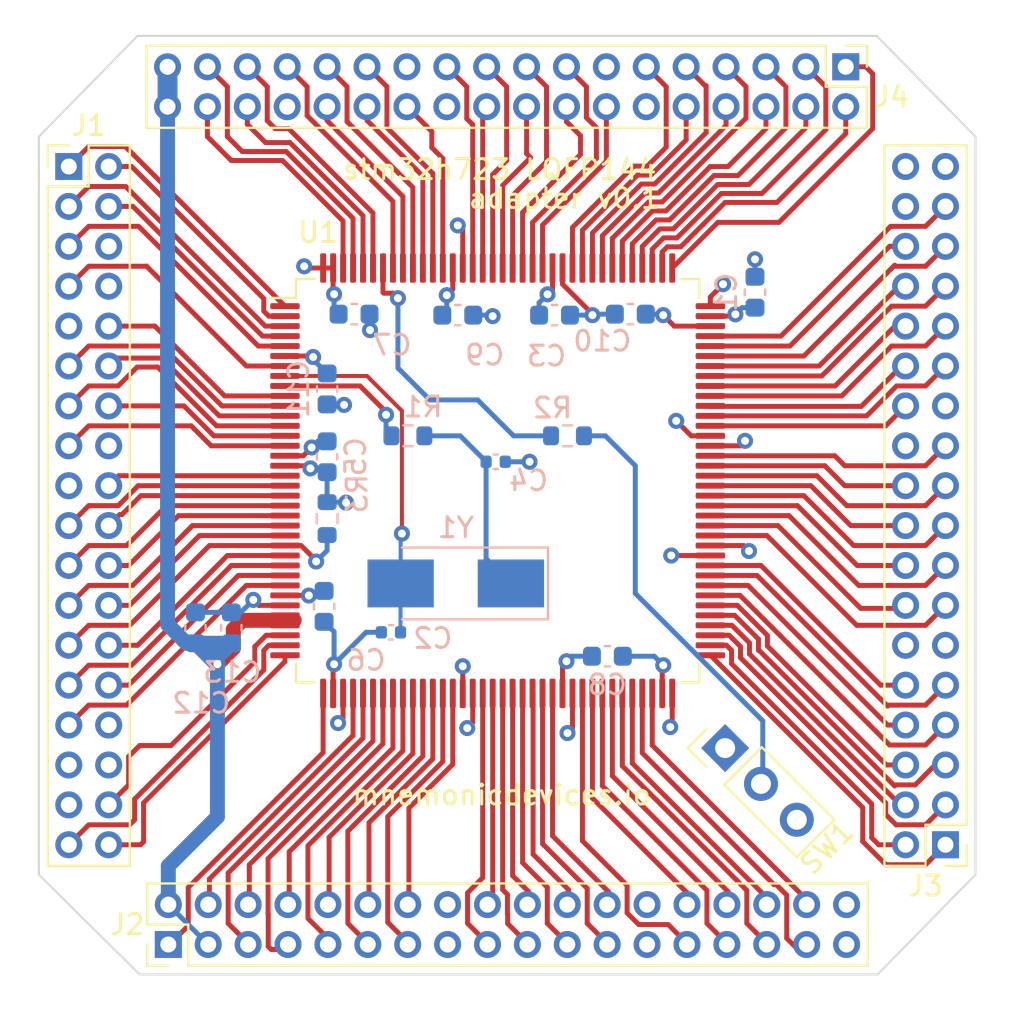
<source format=kicad_pcb>
(kicad_pcb (version 20210228) (generator pcbnew)
  (layers (0 "F.Cu" signal) (1 "In1.Cu" power "Power") (2 "In2.Cu" power "Ground") (31 "B.Cu" signal) (34 "B.Paste" user) (35 "F.Paste" user) (36 "B.SilkS" user "B.Silkscreen") (37 "F.SilkS" user "F.Silkscreen") (38 "B.Mask" user) (39 "F.Mask" user) (44 "Edge.Cuts" user))
  (net 0 "")
  (net 1 "Net-(C4-Pad2)")
  (net 2 "/HSE_OUT")
  (net 3 "Net-(R2-Pad1)")
  (net 4 "Net-(R2-Pad2)")
  (net 5 "+3V3")
  (net 6 "1")
  (net 7 "2")
  (net 8 "3")
  (net 9 "4")
  (net 10 "5")
  (net 11 "7")
  (net 12 "24")
  (net 13 "25")
  (net 14 "10")
  (net 15 "11")
  (net 16 "12")
  (net 17 "13")
  (net 18 "14")
  (net 19 "15")
  (net 20 "GND")
  (net 21 "18")
  (net 22 "19")
  (net 23 "20")
  (net 24 "21")
  (net 25 "22")
  (net 26 "23")
  (net 27 "26")
  (net 28 "27")
  (net 29 "28")
  (net 30 "29")
  (net 31 "+3.3VA")
  (net 32 "34")
  (net 33 "35")
  (net 34 "36")
  (net 35 "37")
  (net 36 "40")
  (net 37 "41")
  (net 38 "42")
  (net 39 "43")
  (net 40 "44")
  (net 41 "45")
  (net 42 "46")
  (net 43 "47")
  (net 44 "48")
  (net 45 "49")
  (net 46 "50")
  (net 47 "53")
  (net 48 "54")
  (net 49 "55")
  (net 50 "56")
  (net 51 "57")
  (net 52 "58")
  (net 53 "59")
  (net 54 "60")
  (net 55 "63")
  (net 56 "64")
  (net 57 "65")
  (net 58 "66")
  (net 59 "67")
  (net 60 "68")
  (net 61 "69")
  (net 62 "70")
  (net 63 "Net-(C8-Pad2)")
  (net 64 "73")
  (net 65 "74")
  (net 66 "75")
  (net 67 "76")
  (net 68 "77")
  (net 69 "78")
  (net 70 "79")
  (net 71 "80")
  (net 72 "81")
  (net 73 "82")
  (net 74 "85")
  (net 75 "86")
  (net 76 "87")
  (net 77 "88")
  (net 78 "89")
  (net 79 "90")
  (net 80 "91")
  (net 81 "92")
  (net 82 "93")
  (net 83 "96")
  (net 84 "97")
  (net 85 "98")
  (net 86 "99")
  (net 87 "100")
  (net 88 "101")
  (net 89 "102")
  (net 90 "103")
  (net 91 "104")
  (net 92 "105")
  (net 93 "Net-(C10-Pad2)")
  (net 94 "109")
  (net 95 "110")
  (net 96 "111")
  (net 97 "112")
  (net 98 "113")
  (net 99 "114")
  (net 100 "115")
  (net 101 "116")
  (net 102 "117")
  (net 103 "118")
  (net 104 "119")
  (net 105 "122")
  (net 106 "123")
  (net 107 "124")
  (net 108 "125")
  (net 109 "126")
  (net 110 "127")
  (net 111 "128")
  (net 112 "129")
  (net 113 "132")
  (net 114 "133")
  (net 115 "134")
  (net 116 "135")
  (net 117 "136")
  (net 118 "137")
  (net 119 "139")
  (net 120 "140")
  (net 121 "141")
  (net 122 "142")
  (net 123 "/HSE_IN")
  (footprint "Connector_PinHeader_2.00mm:PinHeader_2x18_P2.00mm_Vertical" (layer "F.Cu") (at 57.55 52.55 180)
    (fp_text reference "J3")
    (fp_text value "Conn_02x18_Counter_Clockwise")
  )
  (footprint "Connector_PinHeader_2.00mm:PinHeader_2x18_P2.00mm_Vertical" (layer "F.Cu") (at 18.59 57.55 90)
    (fp_text reference "J2")
    (fp_text value "Conn_02x18_Counter_Clockwise")
  )
  (footprint "Connector_PinHeader_2.54mm:PinHeader_1x03_P2.54mm_Vertical" (layer "F.Cu") (at 46.503949 47.703949 45)
    (fp_text reference "SW1")
    (fp_text value "SW_SPDT")
  )
  (footprint "Connector_PinHeader_2.00mm:PinHeader_2x18_P2.00mm_Vertical" (layer "F.Cu") (at 52.55 13.55 -90)
    (fp_text reference "J4")
    (fp_text value "Conn_02x18_Counter_Clockwise")
  )
  (footprint "Connector_PinHeader_2.00mm:PinHeader_2x18_P2.00mm_Vertical" (layer "F.Cu") (at 13.6 18.55)
    (fp_text reference "J1")
    (fp_text value "Conn_02x18_Counter_Clockwise")
  )
  (footprint "Package_QFP:LQFP-144_20x20mm_P0.5mm" (layer "F.Cu") (at 35.1 34.3)
    (fp_text reference "U1")
    (fp_text value "STM32H743ZITx")
  )
  (footprint "Resistor_SMD:R_0603_1608Metric" (layer "B.Cu") (at 30.6 32.05 180)
    (fp_text reference "R1")
    (fp_text value "750R")
  )
  (footprint "Resistor_SMD:R_0603_1608Metric" (layer "B.Cu") (at 38.6 32.05 180)
    (fp_text reference "R2")
    (fp_text value "10k")
  )
  (footprint "Capacitor_SMD:C_0603_1608Metric" (layer "B.Cu") (at 41.75 25.95)
    (fp_text reference "C10")
    (fp_text value "2u2")
  )
  (footprint "Capacitor_SMD:C_0603_1608Metric" (layer "B.Cu") (at 19.95 41.675 90)
    (fp_text reference "C12")
    (fp_text value "1u")
  )
  (footprint "Capacitor_SMD:C_0603_1608Metric" (layer "B.Cu") (at 27.9 25.95)
    (fp_text reference "C7")
    (fp_text value "100n")
  )
  (footprint "Capacitor_SMD:C_0603_1608Metric" (layer "B.Cu") (at 48 24.85 -90)
    (fp_text reference "C1")
    (fp_text value "4u7")
  )
  (footprint "Resistor_SMD:R_0603_1608Metric" (layer "B.Cu") (at 26.55 36.2 90)
    (fp_text reference "R3")
    (fp_text value "10k")
  )
  (footprint "Capacitor_SMD:C_0402_1005Metric" (layer "B.Cu") (at 35 33.35 180)
    (fp_text reference "C4")
    (fp_text value "22-26p")
  )
  (footprint "Capacitor_SMD:C_0603_1608Metric" (layer "B.Cu") (at 37.95 26)
    (fp_text reference "C3")
    (fp_text value "100n")
  )
  (footprint "Crystal:Crystal_SMD_Abracon_ABM3-2Pin_5.0x3.2mm_HandSoldering" (layer "B.Cu") (at 33 39.45 180)
    (fp_text reference "Y1")
    (fp_text value "ABM3-8.000MHZ")
  )
  (footprint "Capacitor_SMD:C_0402_1005Metric" (layer "B.Cu") (at 29.75 41.9)
    (fp_text reference "C2")
    (fp_text value "22-26p")
  )
  (footprint "Capacitor_SMD:C_0603_1608Metric" (layer "B.Cu") (at 21.75 41.675 90)
    (fp_text reference "C13")
    (fp_text value "100n")
  )
  (footprint "Capacitor_SMD:C_0603_1608Metric" (layer "B.Cu") (at 33.1 26)
    (fp_text reference "C9")
    (fp_text value "100n")
  )
  (footprint "Capacitor_SMD:C_0603_1608Metric" (layer "B.Cu") (at 26.4 40.6 -90)
    (fp_text reference "C6")
    (fp_text value "100n")
  )
  (footprint "Capacitor_SMD:C_0603_1608Metric" (layer "B.Cu") (at 26.55 33.1 90)
    (fp_text reference "C5")
    (fp_text value "100n")
  )
  (footprint "Capacitor_SMD:C_0603_1608Metric" (layer "B.Cu") (at 40.6 43.1)
    (fp_text reference "C8")
    (fp_text value "2u2")
  )
  (footprint "Capacitor_SMD:C_0603_1608Metric" (layer "B.Cu") (at 26.55 29.7 -90)
    (fp_text reference "C11")
    (fp_text value "100n")
  )
  (gr_line (start 12.1 54.05) (end 12.1 17.05) (layer "Edge.Cuts") (width 0.1))
  (gr_line (start 54.1 12) (end 59.05 17.05) (layer "Edge.Cuts") (width 0.1))
  (gr_line (start 59.05 17.05) (end 59.05 54.05) (layer "Edge.Cuts") (width 0.1))
  (gr_line (start 54.15 59.05) (end 17.15 59.05) (layer "Edge.Cuts") (width 0.1))
  (gr_line (start 12.1 17.05) (end 17.05 12) (layer "Edge.Cuts") (width 0.1))
  (gr_line (start 17.15 59.05) (end 12.1 54.05) (layer "Edge.Cuts") (width 0.1))
  (gr_line (start 17.05 12) (end 54.1 12) (layer "Edge.Cuts") (width 0.1))
  (gr_line (start 59.05 54.05) (end 54.15 59.05) (layer "Edge.Cuts") (width 0.1))
  (gr_text "mnemonicdevices.io" (at 35.3 50.05) (layer "F.SilkS") (effects (font (size 1 1))))
  (gr_text "stm32h723 LQFP144" (at 35.2 18.7) (layer "F.SilkS") (effects (font (size 1 1))))
  (gr_text "adapter v0.1" (at 38.45 20.15) (layer "F.SilkS") (effects (font (size 1 1))))
  (segment (start 34.52 33.35) (end 34.52 38.2075) (width 0.25) (layer "B.Cu") (net 1))
  (segment (start 33.22 32.05) (end 34.52 33.35) (width 0.25) (layer "B.Cu") (net 1))
  (segment (start 31.425 32.05) (end 33.22 32.05) (width 0.25) (layer "B.Cu") (net 1))
  (segment (start 34.52 38.2075) (end 35.7625 39.45) (width 0.25) (layer "B.Cu") (net 1))
  (segment (start 28.2 29.55) (end 29.45 30.8) (width 0.25) (layer "F.Cu") (net 2))
  (segment (start 29.6 30.95) (end 29.55 30.95) (width 0.25) (layer "F.Cu") (net 2))
  (segment (start 29.45 30.8) (end 29.6 30.95) (width 0.25) (layer "F.Cu") (net 2))
  (segment (start 29.55 30.95) (end 29.505378 30.994622) (width 0.25) (layer "F.Cu") (net 2))
  (segment (start 24.4375 29.55) (end 28.2 29.55) (width 0.25) (layer "F.Cu") (net 2))
  (via (at 29.505378 30.994622) (size 0.8) (drill 0.4) (layers "F.Cu" "B.Cu") (net 2))
  (segment (start 29.505378 30.994622) (end 29.505378 31.780378) (width 0.25) (layer "B.Cu") (net 2))
  (segment (start 29.505378 31.780378) (end 29.775 32.05) (width 0.25) (layer "B.Cu") (net 2))
  (segment (start 39.425 32.05) (end 40.5 32.05) (width 0.25) (layer "B.Cu") (net 3))
  (segment (start 48.389394 46.339394) (end 48.389394 49.389394) (width 0.25) (layer "B.Cu") (net 3))
  (segment (start 42 33.55) (end 42 39.95) (width 0.25) (layer "B.Cu") (net 3))
  (segment (start 42 39.95) (end 48.389394 46.339394) (width 0.25) (layer "B.Cu") (net 3))
  (segment (start 40.5 32.05) (end 42 33.55) (width 0.25) (layer "B.Cu") (net 3))
  (segment (start 29.4 24.9) (end 29.35 24.85) (width 0.25) (layer "F.Cu") (net 4))
  (segment (start 29.85 24.9) (end 29.4 24.9) (width 0.25) (layer "F.Cu") (net 4))
  (segment (start 30.1 25.15) (end 29.85 24.9) (width 0.25) (layer "F.Cu") (net 4))
  (segment (start 29.35 24.85) (end 29.35 23.6375) (width 0.25) (layer "F.Cu") (net 4))
  (via (at 30.1 25.15) (size 0.8) (drill 0.4) (layers "F.Cu" "B.Cu") (net 4))
  (segment (start 30.1 28.65) (end 30.1 25.15) (width 0.25) (layer "B.Cu") (net 4))
  (segment (start 31.7 30.25) (end 30.1 28.65) (width 0.25) (layer "B.Cu") (net 4))
  (segment (start 37.775 32.05) (end 35.9 32.05) (width 0.25) (layer "B.Cu") (net 4))
  (segment (start 35.9 32.05) (end 34.1 30.25) (width 0.25) (layer "B.Cu") (net 4))
  (segment (start 34.1 30.25) (end 31.7 30.25) (width 0.25) (layer "B.Cu") (net 4))
  (segment (start 27.35 46.2) (end 27.1 46.45) (width 0.25) (layer "F.Cu") (net 5))
  (segment (start 45.7625 37.55) (end 47.4245 37.55) (width 0.25) (layer "F.Cu") (net 5))
  (segment (start 32.65 57.55) (end 32.65 57.5) (width 0.25) (layer "F.Cu") (net 5))
  (segment (start 24.4375 40.05) (end 25.627921 40.05) (width 0.25) (layer "F.Cu") (net 5))
  (segment (start 25.4875 23.6375) (end 25.4 23.55) (width 0.25) (layer "F.Cu") (net 5))
  (segment (start 38.85 46.7) (end 38.6 46.95) (width 0.25) (layer "F.Cu") (net 5))
  (segment (start 24.4375 33.55) (end 25.581611 33.55) (width 0.25) (layer "F.Cu") (net 5))
  (segment (start 43.75 46.65) (end 43.85 46.55) (width 0.25) (layer "F.Cu") (net 5))
  (segment (start 38.85 44.9625) (end 38.85 46.7) (width 0.25) (layer "F.Cu") (net 5))
  (segment (start 37.60136 24.955425) (end 37.85 24.706785) (width 0.25) (layer "F.Cu") (net 5))
  (segment (start 32.85 24.7) (end 32.55 25) (width 0.25) (layer "F.Cu") (net 5))
  (segment (start 27.35 44.9625) (end 27.35 46.2) (width 0.25) (layer "F.Cu") (net 5))
  (segment (start 24.4375 28.05) (end 25.8 28.05) (width 0.25) (layer "F.Cu") (net 5))
  (segment (start 45.7625 25.55) (end 45.7625 25.0875) (width 0.25) (layer "F.Cu") (net 5))
  (segment (start 37.85 24.706785) (end 37.85 23.6375) (width 0.25) (layer "F.Cu") (net 5))
  (segment (start 33.85 46.4245) (end 33.5745 46.7) (width 0.25) (layer "F.Cu") (net 5))
  (segment (start 32.85 23.6375) (end 32.85 24.7) (width 0.25) (layer "F.Cu") (net 5))
  (segment (start 25.581611 33.55) (end 25.713352 33.681741) (width 0.25) (layer "F.Cu") (net 5))
  (segment (start 47.4245 37.55) (end 47.7 37.8255) (width 0.25) (layer "F.Cu") (net 5))
  (segment (start 45.7625 25.0875) (end 46.4 24.45) (width 0.25) (layer "F.Cu") (net 5))
  (segment (start 25.8 28.05) (end 25.85 28.1) (width 0.25) (layer "F.Cu") (net 5))
  (segment (start 26.85 23.6375) (end 26.85 24.9) (width 0.25) (layer "F.Cu") (net 5))
  (segment (start 26.85 24.9) (end 26.9 24.95) (width 0.25) (layer "F.Cu") (net 5))
  (segment (start 26.35 23.6375) (end 26.85 23.6375) (width 0.25) (layer "F.Cu") (net 5))
  (segment (start 32.65 55) (end 32.65 55.55) (width 0.25) (layer "F.Cu") (net 5))
  (segment (start 25.627921 40.05) (end 25.634701 40.05678) (width 0.25) (layer "F.Cu") (net 5))
  (segment (start 44.05 31.3) (end 44.8 32.05) (width 0.25) (layer "F.Cu") (net 5))
  (segment (start 33.85 44.9625) (end 33.85 46.4245) (width 0.25) (layer "F.Cu") (net 5))
  (segment (start 44.8 32.05) (end 45.7625 32.05) (width 0.25) (layer "F.Cu") (net 5))
  (segment (start 26.35 23.6375) (end 25.4875 23.6375) (width 0.25) (layer "F.Cu") (net 5))
  (segment (start 43.85 46.55) (end 43.85 44.9625) (width 0.25) (layer "F.Cu") (net 5))
  (via (at 37.60136 24.955425) (size 0.8) (drill 0.4) (layers "F.Cu" "B.Cu") (net 5))
  (via (at 27.5 35.4) (size 0.8) (drill 0.4) (layers "F.Cu" "B.Cu") (net 5))
  (via (at 25.85 28.1) (size 0.8) (drill 0.4) (layers "F.Cu" "B.Cu") (net 5))
  (via (at 27.1 46.45) (size 0.8) (drill 0.4) (layers "F.Cu" "B.Cu") (net 5))
  (via (at 47.7 37.8255) (size 0.8) (drill 0.4) (layers "F.Cu" "B.Cu") (net 5))
  (via (at 43.75 46.65) (size 0.8) (drill 0.4) (layers "F.Cu" "B.Cu") (net 5))
  (via (at 38.6 46.95) (size 0.8) (drill 0.4) (layers "F.Cu" "B.Cu") (net 5))
  (via (at 44.05 31.3) (size 0.8) (drill 0.4) (layers "F.Cu" "B.Cu") (net 5))
  (via (at 25.4 23.55) (size 0.8) (drill 0.4) (layers "F.Cu" "B.Cu") (net 5))
  (via (at 33.5745 46.7) (size 0.8) (drill 0.4) (layers "F.Cu" "B.Cu") (net 5))
  (via (at 25.713352 33.681741) (size 0.8) (drill 0.4) (layers "F.Cu" "B.Cu") (net 5))
  (via (at 46.4 24.45) (size 0.8) (drill 0.4) (layers "F.Cu" "B.Cu") (net 5))
  (via (at 48 23.2) (size 0.8) (drill 0.4) (layers "F.Cu" "B.Cu") (net 5))
  (via (at 32.55 25) (size 0.8) (drill 0.4) (layers "F.Cu" "B.Cu") (net 5))
  (via (at 25.634701 40.05678) (size 0.8) (drill 0.4) (layers "F.Cu" "B.Cu") (net 5))
  (via (at 26.9 24.95) (size 0.8) (drill 0.4) (layers "F.Cu" "B.Cu") (net 5))
  (segment (start 26.4 39.825) (end 26.4 39.5) (width 0.25) (layer "B.Cu") (net 5))
  (segment (start 26.9 24.95) (end 26.9 25.725) (width 0.25) (layer "B.Cu") (net 5))
  (segment (start 48 24.075) (end 48 23.2) (width 0.25) (layer "B.Cu") (net 5))
  (segment (start 32.55 25.775) (end 32.325 26) (width 0.25) (layer "B.Cu") (net 5))
  (segment (start 37.175 25.381785) (end 37.60136 24.955425) (width 0.25) (layer "B.Cu") (net 5))
  (segment (start 26.95 25.775) (end 27.125 25.95) (width 0.25) (layer "B.Cu") (net 5))
  (segment (start 25.713352 33.681741) (end 26.356741 33.681741) (width 0.25) (layer "B.Cu") (net 5))
  (segment (start 26.16822 40.05678) (end 26.4 39.825) (width 0.25) (layer "B.Cu") (net 5))
  (segment (start 26.356741 33.681741) (end 26.55 33.875) (width 0.25) (layer "B.Cu") (net 5))
  (segment (start 15.6 46.55) (end 15.6 46.029277) (width 0.25) (layer "B.Cu") (net 5))
  (segment (start 26.4 39.825) (end 26.525 39.825) (width 0.25) (layer "B.Cu") (net 5))
  (segment (start 25.634701 40.05678) (end 26.16822 40.05678) (width 0.25) (layer "B.Cu") (net 5))
  (segment (start 26.55 35.375) (end 27.475 35.375) (width 0.25) (layer "B.Cu") (net 5))
  (segment (start 47.675 24.4) (end 48 24.075) (width 0.25) (layer "B.Cu") (net 5))
  (segment (start 32.55 25) (end 32.55 25.775) (width 0.25) (layer "B.Cu") (net 5))
  (segment (start 25.85 28.1) (end 25.85 28.225) (width 0.25) (layer "B.Cu") (net 5))
  (segment (start 25.85 28.225) (end 26.55 28.925) (width 0.25) (layer "B.Cu") (net 5))
  (segment (start 37.175 26) (end 37.175 25.381785) (width 0.25) (layer "B.Cu") (net 5))
  (segment (start 26.55 28.925) (end 26.55 28.75) (width 0.25) (layer "B.Cu") (net 5))
  (segment (start 26.575 39.825) (end 26.4 39.825) (width 0.25) (layer "B.Cu") (net 5))
  (segment (start 26.55 33.875) (end 26.55 35.375) (width 0.25) (layer "B.Cu") (net 5))
  (segment (start 26.9 25.725) (end 27.125 25.95) (width 0.25) (layer "B.Cu") (net 5))
  (segment (start 26.55 35.375) (end 26.675 35.375) (width 0.25) (layer "B.Cu") (net 5))
  (segment (start 27.475 35.375) (end 27.5 35.4) (width 0.25) (layer "B.Cu") (net 5))
  (segment (start 14.599511 17.550489) (end 13.6 18.55) (width 0.25) (layer "F.Cu") (net 6))
  (segment (start 24.4375 25.55) (end 16.437989 17.550489) (width 0.25) (layer "F.Cu") (net 6))
  (segment (start 16.437989 17.550489) (end 14.599511 17.550489) (width 0.25) (layer "F.Cu") (net 6))
  (segment (start 23.62792 26.05) (end 23.37548 25.79756) (width 0.25) (layer "F.Cu") (net 7))
  (segment (start 16.75 18.55) (end 15.6 18.55) (width 0.25) (layer "F.Cu") (net 7))
  (segment (start 23.37548 25.17548) (end 16.75 18.55) (width 0.25) (layer "F.Cu") (net 7))
  (segment (start 24.4375 26.05) (end 23.62792 26.05) (width 0.25) (layer "F.Cu") (net 7))
  (segment (start 23.37548 25.79756) (end 23.37548 25.17548) (width 0.25) (layer "F.Cu") (net 7))
  (segment (start 23.45 26.55) (end 16.450489 19.550489) (width 0.25) (layer "F.Cu") (net 8))
  (segment (start 16.450489 19.550489) (end 14.599511 19.550489) (width 0.25) (layer "F.Cu") (net 8))
  (segment (start 24.4375 26.55) (end 23.45 26.55) (width 0.25) (layer "F.Cu") (net 8))
  (segment (start 14.599511 19.550489) (end 13.6 20.55) (width 0.25) (layer "F.Cu") (net 8))
  (segment (start 24.4375 27.05) (end 23.314282 27.05) (width 0.25) (layer "F.Cu") (net 9))
  (segment (start 16.814282 20.55) (end 15.6 20.55) (width 0.25) (layer "F.Cu") (net 9))
  (segment (start 23.314282 27.05) (end 16.814282 20.55) (width 0.25) (layer "F.Cu") (net 9))
  (segment (start 14.600489 21.549511) (end 13.6 22.55) (width 0.25) (layer "F.Cu") (net 10))
  (segment (start 17.099511 21.549511) (end 14.600489 21.549511) (width 0.25) (layer "F.Cu") (net 10))
  (segment (start 23.1 27.55) (end 17.099511 21.549511) (width 0.25) (layer "F.Cu") (net 10))
  (segment (start 24.4375 27.55) (end 23.1 27.55) (width 0.25) (layer "F.Cu") (net 10))
  (segment (start 17.500489 23.549511) (end 14.600489 23.549511) (width 0.25) (layer "F.Cu") (net 11))
  (segment (start 14.600489 23.549511) (end 13.6 24.55) (width 0.25) (layer "F.Cu") (net 11))
  (segment (start 24.4375 28.55) (end 22.5 28.55) (width 0.25) (layer "F.Cu") (net 11))
  (segment (start 17.500489 23.550489) (end 17.500489 23.549511) (width 0.25) (layer "F.Cu") (net 11))
  (segment (start 22.5 28.55) (end 17.500489 23.550489) (width 0.25) (layer "F.Cu") (net 11))
  (segment (start 16.65 40.55) (end 15.6 40.55) (width 0.25) (layer "F.Cu") (net 12))
  (segment (start 24.4375 37.05) (end 20.15 37.05) (width 0.25) (layer "F.Cu") (net 12))
  (segment (start 20.15 37.05) (end 16.65 40.55) (width 0.25) (layer "F.Cu") (net 12))
  (segment (start 15.95 40.9) (end 15.6 40.55) (width 0.25) (layer "B.Cu") (net 12))
  (segment (start 16.65 41.55) (end 14.6 41.55) (width 0.25) (layer "F.Cu") (net 13))
  (segment (start 14.6 41.55) (end 13.6 42.55) (width 0.25) (layer "F.Cu") (net 13))
  (segment (start 26 38.30292) (end 25.24708 37.55) (width 0.25) (layer "F.Cu") (net 13))
  (segment (start 25.24708 37.55) (end 24.4375 37.55) (width 0.25) (layer "F.Cu") (net 13))
  (segment (start 24.4375 37.55) (end 20.65 37.55) (width 0.25) (layer "F.Cu") (net 13))
  (segment (start 20.65 37.55) (end 16.65 41.55) (width 0.25) (layer "F.Cu") (net 13))
  (segment (start 26 38.35) (end 26 38.30292) (width 0.25) (layer "F.Cu") (net 13))
  (via (at 26 38.35) (size 0.8) (drill 0.4) (layers "F.Cu" "B.Cu") (net 13))
  (segment (start 13.6 42.65) (end 13.6 42.55) (width 0.25) (layer "B.Cu") (net 13))
  (segment (start 26.55 37.8) (end 26.55 37.025) (width 0.25) (layer "B.Cu") (net 13))
  (segment (start 26 38.35) (end 26.55 37.8) (width 0.25) (layer "B.Cu") (net 13))
  (segment (start 17.914282 26.55) (end 15.6 26.55) (width 0.25) (layer "F.Cu") (net 14))
  (segment (start 21.414282 30.05) (end 17.914282 26.55) (width 0.25) (layer "F.Cu") (net 14))
  (segment (start 24.4375 30.05) (end 21.414282 30.05) (width 0.25) (layer "F.Cu") (net 14))
  (segment (start 14.600489 27.549511) (end 13.6 28.55) (width 0.25) (layer "F.Cu") (net 15))
  (segment (start 18.278075 27.549511) (end 14.600489 27.549511) (width 0.25) (layer "F.Cu") (net 15))
  (segment (start 24.4375 30.55) (end 21.278564 30.55) (width 0.25) (layer "F.Cu") (net 15))
  (segment (start 21.278564 30.55) (end 18.278075 27.549511) (width 0.25) (layer "F.Cu") (net 15))
  (segment (start 15.996423 28.153577) (end 15.6 28.55) (width 0.25) (layer "F.Cu") (net 16))
  (segment (start 21.142846 31.05) (end 18.246423 28.153577) (width 0.25) (layer "F.Cu") (net 16))
  (segment (start 24.4375 31.05) (end 21.142846 31.05) (width 0.25) (layer "F.Cu") (net 16))
  (segment (start 18.246423 28.153577) (end 15.996423 28.153577) (width 0.25) (layer "F.Cu") (net 16))
  (segment (start 21.007128 31.55) (end 18.060225 28.603097) (width 0.25) (layer "F.Cu") (net 17))
  (segment (start 24.4375 31.55) (end 21.007128 31.55) (width 0.25) (layer "F.Cu") (net 17))
  (segment (start 16.079766 29.549511) (end 14.600489 29.549511) (width 0.25) (layer "F.Cu") (net 17))
  (segment (start 18.060225 28.603097) (end 17.02618 28.603097) (width 0.25) (layer "F.Cu") (net 17))
  (segment (start 17.02618 28.603097) (end 16.079766 29.549511) (width 0.25) (layer "F.Cu") (net 17))
  (segment (start 14.600489 29.549511) (end 13.6 30.55) (width 0.25) (layer "F.Cu") (net 17))
  (segment (start 20.87141 32.05) (end 19.37141 30.55) (width 0.25) (layer "F.Cu") (net 18))
  (segment (start 24.4375 32.05) (end 20.87141 32.05) (width 0.25) (layer "F.Cu") (net 18))
  (segment (start 19.37141 30.55) (end 15.6 30.55) (width 0.25) (layer "F.Cu") (net 18))
  (segment (start 19.735203 31.549511) (end 14.600489 31.549511) (width 0.25) (layer "F.Cu") (net 19))
  (segment (start 24.4375 32.55) (end 20.735692 32.55) (width 0.25) (layer "F.Cu") (net 19))
  (segment (start 14.600489 31.549511) (end 13.6 32.55) (width 0.25) (layer "F.Cu") (net 19))
  (segment (start 20.735692 32.55) (end 19.735203 31.549511) (width 0.25) (layer "F.Cu") (net 19))
  (segment (start 25.358663 33.05) (end 24.4375 33.05) (width 0.25) (layer "F.Cu") (net 20))
  (segment (start 23.1255 40.55) (end 24.4375 40.55) (width 0.25) (layer "F.Cu") (net 20))
  (segment (start 26.85 43.55) (end 26.9 43.5) (width 0.25) (layer "F.Cu") (net 20))
  (segment (start 38.35 43.55) (end 38.55 43.35) (width 0.25) (layer "F.Cu") (net 20))
  (segment (start 38.35 44.9625) (end 38.35 43.55) (width 0.25) (layer "F.Cu") (net 20))
  (segment (start 45.7625 26.05) (end 46.925149 26.05) (width 0.25) (layer "F.Cu") (net 20))
  (segment (start 26.85 44.9625) (end 26.85 43.55) (width 0.25) (layer "F.Cu") (net 20))
  (segment (start 25.7745 32.634163) (end 25.358663 33.05) (width 0.25) (layer "F.Cu") (net 20))
  (segment (start 46.925149 26.05) (end 47.015732 25.959417) (width 0.25) (layer "F.Cu") (net 20))
  (segment (start 38.35 23.6375) (end 38.35 24.44708) (width 0.25) (layer "F.Cu") (net 20))
  (segment (start 39.85 25.94708) (end 39.85 26) (width 0.25) (layer "F.Cu") (net 20))
  (segment (start 45.7625 38.05) (end 43.8 38.05) (width 0.25) (layer "F.Cu") (net 20))
  (segment (start 33.35 23.6375) (end 33.35 21.75) (width 0.25) (layer "F.Cu") (net 20))
  (segment (start 33.35 21.75) (end 33.1 21.5) (width 0.25) (layer "F.Cu") (net 20))
  (segment (start 38.35 24.44708) (end 39.85 25.94708) (width 0.25) (layer "F.Cu") (net 20))
  (segment (start 45.7625 32.55) (end 47.25 32.55) (width 0.25) (layer "F.Cu") (net 20))
  (segment (start 33.35 44.9625) (end 33.35 43.6) (width 0.25) (layer "F.Cu") (net 20))
  (segment (start 22.85 40.2745) (end 23.1255 40.55) (width 0.25) (layer "F.Cu") (net 20))
  (segment (start 47.25 32.55) (end 47.5 32.3) (width 0.25) (layer "F.Cu") (net 20))
  (via (at 47.5 32.3) (size 0.8) (drill 0.4) (layers "F.Cu" "B.Cu") (net 20))
  (via (at 27.4 30.5) (size 0.8) (drill 0.4) (layers "F.Cu" "B.Cu") (net 20))
  (via (at 43.8 38.05) (size 0.8) (drill 0.4) (layers "F.Cu" "B.Cu") (net 20))
  (via (at 36.7 33.35) (size 0.8) (drill 0.4) (layers "F.Cu" "B.Cu") (net 20))
  (via (at 33.35 43.6) (size 0.8) (drill 0.4) (layers "F.Cu" "B.Cu") (net 20))
  (via (at 34.85 26.05) (size 0.8) (drill 0.4) (layers "F.Cu" "B.Cu") (net 20))
  (via (at 28.7 26.75) (size 0.8) (drill 0.4) (layers "F.Cu" "B.Cu") (net 20))
  (via (at 25.7745 32.634163) (size 0.8) (drill 0.4) (layers "F.Cu" "B.Cu") (net 20))
  (via (at 38.55 43.35) (size 0.8) (drill 0.4) (layers "F.Cu" "B.Cu") (net 20))
  (via (at 39.85 26) (size 0.8) (drill 0.4) (layers "F.Cu" "B.Cu") (net 20))
  (via (at 26.9 43.5) (size 0.8) (drill 0.4) (layers "F.Cu" "B.Cu") (net 20))
  (via (at 22.85 40.2745) (size 0.8) (drill 0.4) (layers "F.Cu" "B.Cu") (net 20))
  (via (at 33.1 21.5) (size 0.8) (drill 0.4) (layers "F.Cu" "B.Cu") (net 20))
  (via (at 47.015732 25.959417) (size 0.8) (drill 0.4) (layers "F.Cu" "B.Cu") (net 20))
  (segment (start 35.48 33.35) (end 36.7 33.35) (width 0.25) (layer "B.Cu") (net 20))
  (segment (start 25.7745 32.634163) (end 26.083663 32.325) (width 0.25) (layer "B.Cu") (net 20))
  (segment (start 28.675 26.725) (end 28.7 26.75) (width 0.25) (layer "B.Cu") (net 20))
  (segment (start 24.55 15.55) (end 25.070723 15.55) (width 0.25) (layer "B.Cu") (net 20))
  (segment (start 39.9 43.025) (end 39.825 43.1) (width 0.25) (layer "B.Cu") (net 20))
  (segment (start 33.875 26) (end 34.8 26) (width 0.25) (layer "B.Cu") (net 20))
  (segment (start 40.975 25.95) (end 39.9 25.95) (width 0.25) (layer "B.Cu") (net 20))
  (segment (start 26.55 30.475) (end 27.375 30.475) (width 0.25) (layer "B.Cu") (net 20))
  (segment (start 34.8 26) (end 34.85 26.05) (width 0.25) (layer "B.Cu") (net 20))
  (segment (start 28.5 41.9) (end 29.27 41.9) (width 0.25) (layer "B.Cu") (net 20))
  (segment (start 22.85 40.2745) (end 22.2245 40.9) (width 0.25) (layer "B.Cu") (net 20))
  (segment (start 26.9 41.875) (end 26.4 41.375) (width 0.25) (layer "B.Cu") (net 20))
  (segment (start 28.675 25.95) (end 28.675 26.725) (width 0.25) (layer "B.Cu") (net 20))
  (segment (start 22.2245 40.9) (end 21.75 40.9) (width 0.25) (layer "B.Cu") (net 20))
  (segment (start 38.8 43.1) (end 38.55 43.35) (width 0.25) (layer "B.Cu") (net 20))
  (segment (start 26.9 43.5) (end 28.5 41.9) (width 0.25) (layer "B.Cu") (net 20))
  (segment (start 26.083663 32.325) (end 26.55 32.325) (width 0.25) (layer "B.Cu") (net 20))
  (segment (start 40.925 26) (end 40.975 25.95) (width 0.25) (layer "B.Cu") (net 20))
  (segment (start 38.725 26) (end 39.85 26) (width 0.25) (layer "B.Cu") (net 20))
  (segment (start 39.825 43.1) (end 38.8 43.1) (width 0.25) (layer "B.Cu") (net 20))
  (segment (start 26.9 43.5) (end 26.9 41.875) (width 0.25) (layer "B.Cu") (net 20))
  (segment (start 47.350149 25.625) (end 47.015732 25.959417) (width 0.25) (layer "B.Cu") (net 20))
  (segment (start 19.95 40.9) (end 21.75 40.9) (width 0.25) (layer "B.Cu") (net 20))
  (segment (start 27.375 30.475) (end 27.4 30.5) (width 0.25) (layer "B.Cu") (net 20))
  (segment (start 48 25.625) (end 47.350149 25.625) (width 0.25) (layer "B.Cu") (net 20))
  (segment (start 39.9 25.95) (end 39.85 26) (width 0.25) (layer "B.Cu") (net 20))
  (segment (start 16.1 34.05) (end 15.6 34.55) (width 0.25) (layer "F.Cu") (net 21))
  (segment (start 24.4375 34.05) (end 16.1 34.05) (width 0.25) (layer "F.Cu") (net 21))
  (segment (start 16.079766 35.549511) (end 14.600489 35.549511) (width 0.25) (layer "F.Cu") (net 22))
  (segment (start 24.4375 34.55) (end 17.079277 34.55) (width 0.25) (layer "F.Cu") (net 22))
  (segment (start 14.600489 35.549511) (end 13.6 36.55) (width 0.25) (layer "F.Cu") (net 22))
  (segment (start 17.079277 34.55) (end 16.079766 35.549511) (width 0.25) (layer "F.Cu") (net 22))
  (segment (start 17.214995 35.05) (end 16.265964 35.999031) (width 0.25) (layer "F.Cu") (net 23))
  (segment (start 24.4375 35.05) (end 17.214995 35.05) (width 0.25) (layer "F.Cu") (net 23))
  (segment (start 16.150969 35.999031) (end 15.6 36.55) (width 0.25) (layer "F.Cu") (net 23))
  (segment (start 16.265964 35.999031) (end 16.150969 35.999031) (width 0.25) (layer "F.Cu") (net 23))
  (segment (start 16.5 37.55) (end 14.6 37.55) (width 0.25) (layer "F.Cu") (net 24))
  (segment (start 24.4375 35.55) (end 18.5 35.55) (width 0.25) (layer "F.Cu") (net 24))
  (segment (start 14.6 37.55) (end 13.6 38.55) (width 0.25) (layer "F.Cu") (net 24))
  (segment (start 18.5 35.55) (end 16.5 37.55) (width 0.25) (layer "F.Cu") (net 24))
  (segment (start 24.4375 36.05) (end 19.1 36.05) (width 0.25) (layer "F.Cu") (net 25))
  (segment (start 16.6 38.55) (end 15.6 38.55) (width 0.25) (layer "F.Cu") (net 25))
  (segment (start 19.1 36.05) (end 16.6 38.55) (width 0.25) (layer "F.Cu") (net 25))
  (segment (start 24.4375 36.55) (end 19.8 36.55) (width 0.25) (layer "F.Cu") (net 26))
  (segment (start 16.8 39.55) (end 14.6 39.55) (width 0.25) (layer "F.Cu") (net 26))
  (segment (start 14.6 39.55) (end 13.6 40.55) (width 0.25) (layer "F.Cu") (net 26))
  (segment (start 19.8 36.55) (end 19.3 37.05) (width 0.25) (layer "F.Cu") (net 26))
  (segment (start 19.8 36.55) (end 16.8 39.55) (width 0.25) (layer "F.Cu") (net 26))
  (segment (start 24.4375 38.05) (end 21.55 38.05) (width 0.25) (layer "F.Cu") (net 27))
  (segment (start 17.05 42.55) (end 15.6 42.55) (width 0.25) (layer "F.Cu") (net 27))
  (segment (start 21.55 38.05) (end 17.05 42.55) (width 0.25) (layer "F.Cu") (net 27))
  (segment (start 24.4375 38.55) (end 21.75 38.55) (width 0.25) (layer "F.Cu") (net 28))
  (segment (start 16.750489 43.549511) (end 14.600489 43.549511) (width 0.25) (layer "F.Cu") (net 28))
  (segment (start 21.75 38.55) (end 16.750489 43.549511) (width 0.25) (layer "F.Cu") (net 28))
  (segment (start 14.600489 43.549511) (end 13.6 44.55) (width 0.25) (layer "F.Cu") (net 28))
  (segment (start 24.4375 39.05) (end 22.1 39.05) (width 0.25) (layer "F.Cu") (net 29))
  (segment (start 22.1 39.05) (end 16.6 44.55) (width 0.25) (layer "F.Cu") (net 29))
  (segment (start 16.6 44.55) (end 15.6 44.55) (width 0.25) (layer "F.Cu") (net 29))
  (segment (start 16.499511 45.550489) (end 14.599511 45.550489) (width 0.25) (layer "F.Cu") (net 30))
  (segment (start 22.5 39.55) (end 16.499511 45.550489) (width 0.25) (layer "F.Cu") (net 30))
  (segment (start 14.599511 45.550489) (end 13.6 46.55) (width 0.25) (layer "F.Cu") (net 30))
  (segment (start 24.4375 39.55) (end 22.5 39.55) (width 0.25) (layer "F.Cu") (net 30))
  (segment (start 21.85 42.7) (end 21.85 41.75) (width 0.75) (layer "F.Cu") (net 31))
  (segment (start 21.85 41.75) (end 22.3 41.3) (width 0.75) (layer "F.Cu") (net 31))
  (segment (start 22.3 41.3) (end 24.9 41.3) (width 0.75) (layer "F.Cu") (net 31))
  (segment (start 21.05 43.5) (end 21.85 42.7) (width 0.75) (layer "F.Cu") (net 31))
  (via (at 21.05 43.5) (size 0.8) (drill 0.4) (layers "F.Cu" "B.Cu") (net 31))
  (segment (start 20.59 57.55) (end 18.59 55.55) (width 0.25) (layer "B.Cu") (net 31))
  (segment (start 19.95 42.45) (end 21.75 42.45) (width 0.75) (layer "B.Cu") (net 31))
  (segment (start 18.59 55.55) (end 18.59 53.61) (width 0.75) (layer "B.Cu") (net 31))
  (segment (start 19.5 42.45) (end 18.55 41.5) (width 0.75) (layer "B.Cu") (net 31))
  (segment (start 21.05 43.5) (end 21 43.5) (width 0.75) (layer "B.Cu") (net 31))
  (segment (start 19.95 42.45) (end 19.5 42.45) (width 0.75) (layer "B.Cu") (net 31))
  (segment (start 21.05 43.5) (end 21.05 43.15) (width 0.75) (layer "B.Cu") (net 31))
  (segment (start 18.59 53.61) (end 21.05 51.15) (width 0.75) (layer "B.Cu") (net 31))
  (segment (start 21.05 51.15) (end 21.05 43.5) (width 0.75) (layer "B.Cu") (net 31))
  (segment (start 21.05 43.15) (end 21.75 42.45) (width 0.75) (layer "B.Cu") (net 31))
  (segment (start 21 43.5) (end 19.95 42.45) (width 0.75) (layer "B.Cu") (net 31))
  (segment (start 18.55 41.5) (end 18.55 15.55) (width 0.75) (layer "B.Cu") (net 31))
  (segment (start 18.55 13.55) (end 18.55 15.55) (width 1) (layer "B.Cu") (net 31))
  (segment (start 23.492203 42.05) (end 22.92596 42.616243) (width 0.25) (layer "F.Cu") (net 32))
  (segment (start 16.599511 48.128212) (end 16.599511 49.550489) (width 0.25) (layer "F.Cu") (net 32))
  (segment (start 16.599511 49.550489) (end 15.6 50.55) (width 0.25) (layer "F.Cu") (net 32))
  (segment (start 24.4375 42.05) (end 23.492203 42.05) (width 0.25) (layer "F.Cu") (net 32))
  (segment (start 17.152234 47.575489) (end 16.599511 48.128212) (width 0.25) (layer "F.Cu") (net 32))
  (segment (start 18.724511 47.575489) (end 17.152234 47.575489) (width 0.25) (layer "F.Cu") (net 32))
  (segment (start 22.92596 43.37404) (end 18.724511 47.575489) (width 0.25) (layer "F.Cu") (net 32))
  (segment (start 22.92596 42.616243) (end 22.92596 43.37404) (width 0.25) (layer "F.Cu") (net 32))
  (segment (start 23.37548 43.788802) (end 16.9 50.264282) (width 0.25) (layer "F.Cu") (net 33))
  (segment (start 24.4375 42.55) (end 23.62792 42.55) (width 0.25) (layer "F.Cu") (net 33))
  (segment (start 16.9 51.3) (end 16.649511 51.550489) (width 0.25) (layer "F.Cu") (net 33))
  (segment (start 23.62792 42.55) (end 23.37548 42.80244) (width 0.25) (layer "F.Cu") (net 33))
  (segment (start 16.649511 51.550489) (end 14.599511 51.550489) (width 0.25) (layer "F.Cu") (net 33))
  (segment (start 14.599511 51.550489) (end 13.6 52.55) (width 0.25) (layer "F.Cu") (net 33))
  (segment (start 23.37548 42.80244) (end 23.37548 43.788802) (width 0.25) (layer "F.Cu") (net 33))
  (segment (start 16.9 50.264282) (end 16.9 51.3) (width 0.25) (layer "F.Cu") (net 33))
  (segment (start 24.4375 43.05) (end 24.4375 43.3625) (width 0.25) (layer "F.Cu") (net 34))
  (segment (start 17.2 52.55) (end 15.6 52.55) (width 0.25) (layer "F.Cu") (net 34))
  (segment (start 24.4375 43.3625) (end 17.34952 50.45048) (width 0.25) (layer "F.Cu") (net 34))
  (segment (start 17.34952 52.40048) (end 17.2 52.55) (width 0.25) (layer "F.Cu") (net 34))
  (segment (start 17.34952 50.45048) (end 17.34952 52.40048) (width 0.25) (layer "F.Cu") (net 34))
  (segment (start 26.35 47.928564) (end 19.590489 54.688075) (width 0.25) (layer "F.Cu") (net 35))
  (segment (start 19.590489 56.609511) (end 18.65 57.55) (width 0.25) (layer "F.Cu") (net 35))
  (segment (start 26.35 44.9625) (end 26.35 47.928564) (width 0.25) (layer "F.Cu") (net 35))
  (segment (start 19.590489 54.688075) (end 19.590489 56.609511) (width 0.25) (layer "F.Cu") (net 35))
  (segment (start 27.85 44.9625) (end 27.85 47.064282) (width 0.25) (layer "F.Cu") (net 36))
  (segment (start 20.65 54.264282) (end 20.65 55.55) (width 0.25) (layer "F.Cu") (net 36))
  (segment (start 27.85 47.064282) (end 20.65 54.264282) (width 0.25) (layer "F.Cu") (net 36))
  (segment (start 21.590489 56.490489) (end 22.65 57.55) (width 0.25) (layer "F.Cu") (net 37))
  (segment (start 28.35 44.9625) (end 28.35 47.2) (width 0.25) (layer "F.Cu") (net 37))
  (segment (start 28.35 47.2) (end 21.590489 53.959511) (width 0.25) (layer "F.Cu") (net 37))
  (segment (start 21.590489 53.959511) (end 21.590489 56.490489) (width 0.25) (layer "F.Cu") (net 37))
  (segment (start 22.65 53.55) (end 22.65 55.55) (width 0.25) (layer "F.Cu") (net 38))
  (segment (start 28.85 47.35) (end 22.65 53.55) (width 0.25) (layer "F.Cu") (net 38))
  (segment (start 28.85 44.9625) (end 28.85 47.35) (width 0.25) (layer "F.Cu") (net 38))
  (segment (start 23.590489 56.029766) (end 23.6 56.039277) (width 0.25) (layer "F.Cu") (net 39))
  (segment (start 29.35 44.9625) (end 29.35 47.485718) (width 0.25) (layer "F.Cu") (net 39))
  (segment (start 29.35 47.485718) (end 23.590489 53.245229) (width 0.25) (layer "F.Cu") (net 39))
  (segment (start 23.6 57.65) (end 23.75 57.8) (width 0.25) (layer "F.Cu") (net 39))
  (segment (start 23.75 57.8) (end 24.4 57.8) (width 0.25) (layer "F.Cu") (net 39))
  (segment (start 24.4 57.8) (end 24.65 57.55) (width 0.25) (layer "F.Cu") (net 39))
  (segment (start 23.590489 53.245229) (end 23.590489 56.029766) (width 0.25) (layer "F.Cu") (net 39))
  (segment (start 23.6 56.039277) (end 23.6 57.65) (width 0.25) (layer "F.Cu") (net 39))
  (segment (start 29.85 47.7) (end 24.65 52.9) (width 0.25) (layer "F.Cu") (net 40))
  (segment (start 24.65 52.9) (end 24.65 55.55) (width 0.25) (layer "F.Cu") (net 40))
  (segment (start 29.85 44.9625) (end 29.85 47.7) (width 0.25) (layer "F.Cu") (net 40))
  (segment (start 25.589511 56.239511) (end 26.65 57.3) (width 0.25) (layer "F.Cu") (net 41))
  (segment (start 30.35 44.9625) (end 30.35 47.835718) (width 0.25) (layer "F.Cu") (net 41))
  (segment (start 26.65 57.3) (end 26.65 57.55) (width 0.25) (layer "F.Cu") (net 41))
  (segment (start 30.35 47.835718) (end 25.589511 52.596207) (width 0.25) (layer "F.Cu") (net 41))
  (segment (start 25.589511 52.596207) (end 25.589511 56.239511) (width 0.25) (layer "F.Cu") (net 41))
  (segment (start 30.85 44.9625) (end 30.85 47.971436) (width 0.25) (layer "F.Cu") (net 42))
  (segment (start 30.85 47.971436) (end 26.65 52.171436) (width 0.25) (layer "F.Cu") (net 42))
  (segment (start 26.65 52.171436) (end 26.65 55.55) (width 0.25) (layer "F.Cu") (net 42))
  (segment (start 31.35 48.107154) (end 27.590489 51.866665) (width 0.25) (layer "F.Cu") (net 43))
  (segment (start 31.35 44.9625) (end 31.35 48.107154) (width 0.25) (layer "F.Cu") (net 43))
  (segment (start 27.590489 51.866665) (end 27.590489 56.490489) (width 0.25) (layer "F.Cu") (net 43))
  (segment (start 27.590489 56.490489) (end 28.65 57.55) (width 0.25) (layer "F.Cu") (net 43))
  (segment (start 31.85 48.242872) (end 28.65 51.442872) (width 0.25) (layer "F.Cu") (net 44))
  (segment (start 31.85 44.9625) (end 31.85 48.242872) (width 0.25) (layer "F.Cu") (net 44))
  (segment (start 28.65 51.442872) (end 28.65 55.55) (width 0.25) (layer "F.Cu") (net 44))
  (segment (start 32.35 44.9625) (end 32.35 48.37859) (width 0.25) (layer "F.Cu") (net 45))
  (segment (start 30.65 57.5) (end 30.65 57.55) (width 0.25) (layer "F.Cu") (net 45))
  (segment (start 29.590489 56.440489) (end 30.65 57.5) (width 0.25) (layer "F.Cu") (net 45))
  (segment (start 32.35 48.37859) (end 29.590489 51.138101) (width 0.25) (layer "F.Cu") (net 45))
  (segment (start 29.590489 51.138101) (end 29.590489 56.440489) (width 0.25) (layer "F.Cu") (net 45))
  (segment (start 30.65 50.714308) (end 30.65 55.55) (width 0.25) (layer "F.Cu") (net 46))
  (segment (start 32.85 44.9625) (end 32.85 48.514308) (width 0.25) (layer "F.Cu") (net 46))
  (segment (start 32.85 48.514308) (end 30.65 50.714308) (width 0.25) (layer "F.Cu") (net 46))
  (segment (start 34.35 44.9625) (end 34.35 54.2) (width 0.25) (layer "F.Cu") (net 47))
  (segment (start 33.590489 54.959511) (end 33.590489 56.490489) (width 0.25) (layer "F.Cu") (net 47))
  (segment (start 33.590489 56.490489) (end 34.65 57.55) (width 0.25) (layer "F.Cu") (net 47))
  (segment (start 34.35 54.2) (end 33.590489 54.959511) (width 0.25) (layer "F.Cu") (net 47))
  (segment (start 34.85 44.9625) (end 34.85 55.35) (width 0.25) (layer "F.Cu") (net 48))
  (segment (start 34.85 55.35) (end 34.65 55.55) (width 0.25) (layer "F.Cu") (net 48))
  (segment (start 35.590489 56.029766) (end 35.6 56.039277) (width 0.25) (layer "F.Cu") (net 49))
  (segment (start 35.35 54.8) (end 35.590489 55.040489) (width 0.25) (layer "F.Cu") (net 49))
  (segment (start 35.35 44.9625) (end 35.35 54.8) (width 0.25) (layer "F.Cu") (net 49))
  (segment (start 35.6 56.039277) (end 35.6 56.5) (width 0.25) (layer "F.Cu") (net 49))
  (segment (start 35.590489 55.040489) (end 35.590489 56.029766) (width 0.25) (layer "F.Cu") (net 49))
  (segment (start 35.6 56.5) (end 36.65 57.55) (width 0.25) (layer "F.Cu") (net 49))
  (segment (start 36.65 54.9) (end 36.65 55.55) (width 0.25) (layer "F.Cu") (net 50))
  (segment (start 35.85 44.9625) (end 35.85 54.1) (width 0.25) (layer "F.Cu") (net 50))
  (segment (start 35.85 54.1) (end 36.65 54.9) (width 0.25) (layer "F.Cu") (net 50))
  (segment (start 36.35 44.9625) (end 36.35 53.45) (width 0.25) (layer "F.Cu") (net 51))
  (segment (start 36.35 53.45) (end 37.589511 54.689511) (width 0.25) (layer "F.Cu") (net 51))
  (segment (start 37.589511 56.489511) (end 38.65 57.55) (width 0.25) (layer "F.Cu") (net 51))
  (segment (start 37.589511 54.689511) (end 37.589511 56.489511) (width 0.25) (layer "F.Cu") (net 51))
  (segment (start 36.87548 53.02548) (end 38.65 54.8) (width 0.25) (layer "F.Cu") (net 52))
  (segment (start 36.8625 44.9625) (end 36.87548 44.97548) (width 0.25) (layer "F.Cu") (net 52))
  (segment (start 36.87548 44.97548) (end 36.87548 53.02548) (width 0.25) (layer "F.Cu") (net 52))
  (segment (start 36.85 44.9625) (end 36.8625 44.9625) (width 0.25) (layer "F.Cu") (net 52))
  (segment (start 38.65 54.8) (end 38.65 55.55) (width 0.25) (layer "F.Cu") (net 52))
  (segment (start 39.589511 56.489511) (end 40.65 57.55) (width 0.25) (layer "F.Cu") (net 53))
  (segment (start 39.589511 54.739511) (end 39.589511 56.489511) (width 0.25) (layer "F.Cu") (net 53))
  (segment (start 37.35 52.5) (end 39.589511 54.739511) (width 0.25) (layer "F.Cu") (net 53))
  (segment (start 37.35 44.9625) (end 37.35 52.5) (width 0.25) (layer "F.Cu") (net 53))
  (segment (start 37.85 52.1) (end 40.65 54.9) (width 0.25) (layer "F.Cu") (net 54))
  (segment (start 40.65 54.9) (end 40.65 55.55) (width 0.25) (layer "F.Cu") (net 54))
  (segment (start 37.85 44.9625) (end 37.85 52.1) (width 0.25) (layer "F.Cu") (net 54))
  (segment (start 42.170234 56.549511) (end 43.649511 56.549511) (width 0.25) (layer "F.Cu") (net 55))
  (segment (start 43.649511 56.549511) (end 44.65 57.55) (width 0.25) (layer "F.Cu") (net 55))
  (segment (start 39.35 44.9625) (end 39.35 52.35) (width 0.25) (layer "F.Cu") (net 55))
  (segment (start 41.589511 55.968788) (end 42.170234 56.549511) (width 0.25) (layer "F.Cu") (net 55))
  (segment (start 39.35 52.35) (end 41.589511 54.589511) (width 0.25) (layer "F.Cu") (net 55))
  (segment (start 41.589511 54.589511) (end 41.589511 55.968788) (width 0.25) (layer "F.Cu") (net 55))
  (segment (start 39.85 50.214282) (end 44.65 55.014282) (width 0.25) (layer "F.Cu") (net 56))
  (segment (start 39.85 44.9625) (end 39.85 50.214282) (width 0.25) (layer "F.Cu") (net 56))
  (segment (start 44.65 55.014282) (end 44.65 55.55) (width 0.25) (layer "F.Cu") (net 56))
  (segment (start 45.590489 54.840489) (end 45.590489 56.490489) (width 0.25) (layer "F.Cu") (net 57))
  (segment (start 40.35 49.6) (end 45.590489 54.840489) (width 0.25) (layer "F.Cu") (net 57))
  (segment (start 40.35 44.9625) (end 40.35 49.6) (width 0.25) (layer "F.Cu") (net 57))
  (segment (start 45.590489 56.490489) (end 46.65 57.55) (width 0.25) (layer "F.Cu") (net 57))
  (segment (start 40.85 49.1) (end 46.65 54.9) (width 0.25) (layer "F.Cu") (net 58))
  (segment (start 46.65 54.9) (end 46.65 55.55) (width 0.25) (layer "F.Cu") (net 58))
  (segment (start 40.85 44.9625) (end 40.85 49.1) (width 0.25) (layer "F.Cu") (net 58))
  (segment (start 47.589511 54.839511) (end 47.589511 56.489511) (width 0.25) (layer "F.Cu") (net 59))
  (segment (start 41.35 48.6) (end 47.589511 54.839511) (width 0.25) (layer "F.Cu") (net 59))
  (segment (start 41.35 44.9625) (end 41.35 48.6) (width 0.25) (layer "F.Cu") (net 59))
  (segment (start 47.589511 56.489511) (end 48.65 57.55) (width 0.25) (layer "F.Cu") (net 59))
  (segment (start 48.65 55.264282) (end 48.65 55.55) (width 0.25) (layer "F.Cu") (net 60))
  (segment (start 41.85 48.464282) (end 48.65 55.264282) (width 0.25) (layer "F.Cu") (net 60))
  (segment (start 41.85 44.9625) (end 41.85 48.464282) (width 0.25) (layer "F.Cu") (net 60))
  (segment (start 48.950489 54.550489) (end 49.069766 54.550489) (width 0.25) (layer "F.Cu") (net 61))
  (segment (start 42.35 44.9625) (end 42.35 47.95) (width 0.25) (layer "F.Cu") (net 61))
  (segment (start 42.35 47.95) (end 48.950489 54.550489) (width 0.25) (layer "F.Cu") (net 61))
  (segment (start 50.100666 57.74952) (end 50.65 57.74952) (width 0.25) (layer "F.Cu") (net 61))
  (segment (start 49.590489 57.239343) (end 50.100666 57.74952) (width 0.25) (layer "F.Cu") (net 61))
  (segment (start 49.590489 55.071212) (end 49.590489 57.239343) (width 0.25) (layer "F.Cu") (net 61))
  (segment (start 49.069766 54.550489) (end 49.590489 55.071212) (width 0.25) (layer "F.Cu") (net 61))
  (segment (start 42.85 44.9625) (end 42.85 47.564282) (width 0.25) (layer "F.Cu") (net 62))
  (segment (start 50.65 55.364282) (end 50.65 55.55) (width 0.25) (layer "F.Cu") (net 62))
  (segment (start 42.85 47.564282) (end 50.65 55.364282) (width 0.25) (layer "F.Cu") (net 62))
  (segment (start 43.35 43.6) (end 43.35 44.9625) (width 0.25) (layer "F.Cu") (net 63))
  (segment (start 43.4 43.55) (end 43.35 43.6) (width 0.25) (layer "F.Cu") (net 63))
  (via (at 43.4 43.55) (size 0.8) (drill 0.4) (layers "F.Cu" "B.Cu") (net 63))
  (segment (start 41.375 43.1) (end 42.95 43.1) (width 0.25) (layer "B.Cu") (net 63))
  (segment (start 42.95 43.1) (end 43.4 43.55) (width 0.25) (layer "B.Cu") (net 63))
  (segment (start 53.40048 52.386198) (end 54.563793 53.549511) (width 0.25) (layer "F.Cu") (net 64))
  (segment (start 45.7625 43.05) (end 53.40048 50.68798) (width 0.25) (layer "F.Cu") (net 64))
  (segment (start 53.40048 50.68798) (end 53.40048 52.386198) (width 0.25) (layer "F.Cu") (net 64))
  (segment (start 56.550489 53.549511) (end 57.55 52.55) (width 0.25) (layer "F.Cu") (net 64))
  (segment (start 54.563793 53.549511) (end 56.550489 53.549511) (width 0.25) (layer "F.Cu") (net 64))
  (segment (start 53.85 50.501782) (end 53.85 52.2) (width 0.25) (layer "F.Cu") (net 65))
  (segment (start 45.7625 42.55) (end 46.57208 42.55) (width 0.25) (layer "F.Cu") (net 65))
  (segment (start 53.85 52.2) (end 54.2 52.55) (width 0.25) (layer "F.Cu") (net 65))
  (segment (start 46.57208 42.55) (end 46.82452 42.80244) (width 0.25) (layer "F.Cu") (net 65))
  (segment (start 46.82452 42.80244) (end 46.82452 43.476302) (width 0.25) (layer "F.Cu") (net 65))
  (segment (start 46.82452 43.476302) (end 53.85 50.501782) (width 0.25) (layer "F.Cu") (net 65))
  (segment (start 54.2 52.55) (end 55.55 52.55) (width 0.25) (layer "F.Cu") (net 65))
  (segment (start 47.27404 42.616243) (end 47.27404 43.17404) (width 0.25) (layer "F.Cu") (net 66))
  (segment (start 56.550489 51.549511) (end 57.55 50.55) (width 0.25) (layer "F.Cu") (net 66))
  (segment (start 54.550489 50.450489) (end 54.550489 51.029766) (width 0.25) (layer "F.Cu") (net 66))
  (segment (start 46.707797 42.05) (end 47.27404 42.616243) (width 0.25) (layer "F.Cu") (net 66))
  (segment (start 45.7625 42.05) (end 46.707797 42.05) (width 0.25) (layer "F.Cu") (net 66))
  (segment (start 55.070234 51.549511) (end 56.550489 51.549511) (width 0.25) (layer "F.Cu") (net 66))
  (segment (start 54.550489 51.029766) (end 55.070234 51.549511) (width 0.25) (layer "F.Cu") (net 66))
  (segment (start 47.27404 43.17404) (end 54.550489 50.450489) (width 0.25) (layer "F.Cu") (net 66))
  (segment (start 55.285718 50.55) (end 55.55 50.55) (width 0.25) (layer "F.Cu") (net 67))
  (segment (start 46.843514 41.55) (end 47.72356 42.430046) (width 0.25) (layer "F.Cu") (net 67))
  (segment (start 47.72356 42.987842) (end 55.285718 50.55) (width 0.25) (layer "F.Cu") (net 67))
  (segment (start 47.72356 42.430046) (end 47.72356 42.987842) (width 0.25) (layer "F.Cu") (net 67))
  (segment (start 45.7625 41.55) (end 46.843514 41.55) (width 0.25) (layer "F.Cu") (net 67))
  (segment (start 57.029277 48.55) (end 57.55 48.55) (width 0.25) (layer "F.Cu") (net 68))
  (segment (start 48.17308 42.243849) (end 48.17308 42.801644) (width 0.25) (layer "F.Cu") (net 68))
  (segment (start 55.050489 49.549511) (end 56.029766 49.549511) (width 0.25) (layer "F.Cu") (net 68))
  (segment (start 55 49.6) (end 55.050489 49.549511) (width 0.25) (layer "F.Cu") (net 68))
  (segment (start 48.17308 42.801644) (end 48.201644 42.801644) (width 0.25) (layer "F.Cu") (net 68))
  (segment (start 56.029766 49.549511) (end 57.029277 48.55) (width 0.25) (layer "F.Cu") (net 68))
  (segment (start 46.979231 41.05) (end 48.17308 42.243849) (width 0.25) (layer "F.Cu") (net 68))
  (segment (start 48.201644 42.801644) (end 55 49.6) (width 0.25) (layer "F.Cu") (net 68))
  (segment (start 45.7625 41.05) (end 46.979231 41.05) (width 0.25) (layer "F.Cu") (net 68))
  (segment (start 48.6226 42.586882) (end 54.585718 48.55) (width 0.25) (layer "F.Cu") (net 69))
  (segment (start 47.114948 40.55) (end 48.6226 42.057652) (width 0.25) (layer "F.Cu") (net 69))
  (segment (start 54.585718 48.55) (end 55.55 48.55) (width 0.25) (layer "F.Cu") (net 69))
  (segment (start 48.6226 42.057652) (end 48.6226 42.586882) (width 0.25) (layer "F.Cu") (net 69))
  (segment (start 45.7625 40.55) (end 47.114948 40.55) (width 0.25) (layer "F.Cu") (net 69))
  (segment (start 45.7625 40.05) (end 47.250666 40.05) (width 0.25) (layer "F.Cu") (net 70))
  (segment (start 56.55 47.55) (end 57.55 46.55) (width 0.25) (layer "F.Cu") (net 70))
  (segment (start 47.250666 40.05) (end 54.750666 47.55) (width 0.25) (layer "F.Cu") (net 70))
  (segment (start 54.750666 47.55) (end 56.55 47.55) (width 0.25) (layer "F.Cu") (net 70))
  (segment (start 47.65 39.55) (end 54.65 46.55) (width 0.25) (layer "F.Cu") (net 71))
  (segment (start 45.7625 39.55) (end 47.65 39.55) (width 0.25) (layer "F.Cu") (net 71))
  (segment (start 54.65 46.55) (end 55.55 46.55) (width 0.25) (layer "F.Cu") (net 71))
  (segment (start 45.7625 39.05) (end 48.1 39.05) (width 0.25) (layer "F.Cu") (net 72))
  (segment (start 54.699511 45.550489) (end 56.549511 45.550489) (width 0.25) (layer "F.Cu") (net 72))
  (segment (start 48.1 39.05) (end 54.65 45.6) (width 0.25) (layer "F.Cu") (net 72))
  (segment (start 54.65 45.6) (end 54.699511 45.550489) (width 0.25) (layer "F.Cu") (net 72))
  (segment (start 56.549511 45.550489) (end 57.55 44.55) (width 0.25) (layer "F.Cu") (net 72))
  (segment (start 54.3 44.55) (end 55.55 44.55) (width 0.25) (layer "F.Cu") (net 73))
  (segment (start 48.3 38.55) (end 54.3 44.55) (width 0.25) (layer "F.Cu") (net 73))
  (segment (start 45.7625 38.55) (end 48.3 38.55) (width 0.25) (layer "F.Cu") (net 73))
  (segment (start 48.6 37.05) (end 53.100489 41.550489) (width 0.25) (layer "F.Cu") (net 74))
  (segment (start 56.549511 41.550489) (end 57.55 40.55) (width 0.25) (layer "F.Cu") (net 74))
  (segment (start 53.100489 41.550489) (end 56.549511 41.550489) (width 0.25) (layer "F.Cu") (net 74))
  (segment (start 45.7625 37.05) (end 48.6 37.05) (width 0.25) (layer "F.Cu") (net 74))
  (segment (start 55.4 40.7) (end 55.55 40.55) (width 0.25) (layer "F.Cu") (net 75))
  (segment (start 45.7625 36.55) (end 49.15 36.55) (width 0.25) (layer "F.Cu") (net 75))
  (segment (start 49.15 36.55) (end 53.3 40.7) (width 0.25) (layer "F.Cu") (net 75))
  (segment (start 53.3 40.7) (end 55.4 40.7) (width 0.25) (layer "F.Cu") (net 75))
  (segment (start 45.7625 36.05) (end 49.7 36.05) (width 0.25) (layer "F.Cu") (net 76))
  (segment (start 56.549511 39.550489) (end 57.55 38.55) (width 0.25) (layer "F.Cu") (net 76))
  (segment (start 49.7 36.05) (end 53.200489 39.550489) (width 0.25) (layer "F.Cu") (net 76))
  (segment (start 53.200489 39.550489) (end 56.549511 39.550489) (width 0.25) (layer "F.Cu") (net 76))
  (segment (start 50.125 35.55) (end 53.125 38.55) (width 0.25) (layer "F.Cu") (net 77))
  (segment (start 45.7625 35.55) (end 50.125 35.55) (width 0.25) (layer "F.Cu") (net 77))
  (segment (start 53.125 38.55) (end 55.55 38.55) (width 0.25) (layer "F.Cu") (net 77))
  (segment (start 45.7625 35.05) (end 50.45 35.05) (width 0.25) (layer "F.Cu") (net 78))
  (segment (start 56.549511 37.550489) (end 57.55 36.55) (width 0.25) (layer "F.Cu") (net 78))
  (segment (start 52.950489 37.550489) (end 56.549511 37.550489) (width 0.25) (layer "F.Cu") (net 78))
  (segment (start 50.45 35.05) (end 52.950489 37.550489) (width 0.25) (layer "F.Cu") (net 78))
  (segment (start 45.7625 34.55) (end 50.8 34.55) (width 0.25) (layer "F.Cu") (net 79))
  (segment (start 52.8 36.55) (end 55.55 36.55) (width 0.25) (layer "F.Cu") (net 79))
  (segment (start 50.8 34.55) (end 52.8 36.55) (width 0.25) (layer "F.Cu") (net 79))
  (segment (start 51.1 34.05) (end 52.6 35.55) (width 0.25) (layer "F.Cu") (net 80))
  (segment (start 56.55 35.55) (end 57.55 34.55) (width 0.25) (layer "F.Cu") (net 80))
  (segment (start 52.6 35.55) (end 56.55 35.55) (width 0.25) (layer "F.Cu") (net 80))
  (segment (start 45.7625 34.05) (end 51.1 34.05) (width 0.25) (layer "F.Cu") (net 80))
  (segment (start 51.5 33.55) (end 52.5 34.55) (width 0.25) (layer "F.Cu") (net 81))
  (segment (start 45.7625 33.55) (end 51.5 33.55) (width 0.25) (layer "F.Cu") (net 81))
  (segment (start 52.5 34.55) (end 55.55 34.55) (width 0.25) (layer "F.Cu") (net 81))
  (segment (start 52 33.05) (end 52.500489 33.550489) (width 0.25) (layer "F.Cu") (net 82))
  (segment (start 45.7625 33.05) (end 52 33.05) (width 0.25) (layer "F.Cu") (net 82))
  (segment (start 52.500489 33.550489) (end 56.549511 33.550489) (width 0.25) (layer "F.Cu") (net 82))
  (segment (start 56.549511 33.550489) (end 57.55 32.55) (width 0.25) (layer "F.Cu") (net 82))
  (segment (start 54.55 31.55) (end 55.55 30.55) (width 0.25) (layer "F.Cu") (net 83))
  (segment (start 45.7625 31.55) (end 54.55 31.55) (width 0.25) (layer "F.Cu") (net 83))
  (segment (start 56.55 29.55) (end 57.55 28.55) (width 0.25) (layer "F.Cu") (net 84))
  (segment (start 45.7625 31.05) (end 53.6 31.05) (width 0.25) (layer "F.Cu") (net 84))
  (segment (start 53.6 31.05) (end 55.1 29.55) (width 0.25) (layer "F.Cu") (net 84))
  (segment (start 55.1 29.55) (end 56.55 29.55) (width 0.25) (layer "F.Cu") (net 84))
  (segment (start 55.35 28.55) (end 55.55 28.55) (width 0.25) (layer "F.Cu") (net 85))
  (segment (start 45.77548 30.57548) (end 53.32452 30.57548) (width 0.25) (layer "F.Cu") (net 85))
  (segment (start 45.7625 30.5625) (end 45.77548 30.57548) (width 0.25) (layer "F.Cu") (net 85))
  (segment (start 53.32452 30.57548) (end 55.35 28.55) (width 0.25) (layer "F.Cu") (net 85))
  (segment (start 45.7625 30.55) (end 45.7625 30.5625) (width 0.25) (layer "F.Cu") (net 85))
  (segment (start 54.850489 27.549511) (end 56.550489 27.549511) (width 0.25) (layer "F.Cu") (net 86))
  (segment (start 52.35 30.05) (end 54.850489 27.549511) (width 0.25) (layer "F.Cu") (net 86))
  (segment (start 45.7625 30.05) (end 52.35 30.05) (width 0.25) (layer "F.Cu") (net 86))
  (segment (start 56.550489 27.549511) (end 57.55 26.55) (width 0.25) (layer "F.Cu") (net 86))
  (segment (start 55.014282 26.55) (end 55.55 26.55) (width 0.25) (layer "F.Cu") (net 87))
  (segment (start 45.7625 29.55) (end 52.014282 29.55) (width 0.25) (layer "F.Cu") (net 87))
  (segment (start 52.014282 29.55) (end 55.014282 26.55) (width 0.25) (layer "F.Cu") (net 87))
  (segment (start 56.55 25.55) (end 57.55 24.55) (width 0.25) (layer "F.Cu") (net 88))
  (segment (start 54.85 25.55) (end 56.55 25.55) (width 0.25) (layer "F.Cu") (net 88))
  (segment (start 45.7625 29.05) (end 51.35 29.05) (width 0.25) (layer "F.Cu") (net 88))
  (segment (start 51.35 29.05) (end 54.85 25.55) (width 0.25) (layer "F.Cu") (net 88))
  (segment (start 45.7625 28.55) (end 51.214282 28.55) (width 0.25) (layer "F.Cu") (net 89))
  (segment (start 51.214282 28.55) (end 55.214282 24.55) (width 0.25) (layer "F.Cu") (net 89))
  (segment (start 55.214282 24.55) (end 55.55 24.55) (width 0.25) (layer "F.Cu") (net 89))
  (segment (start 55 23.5) (end 55.049511 23.549511) (width 0.25) (layer "F.Cu") (net 90))
  (segment (start 50.45 28.05) (end 55 23.5) (width 0.25) (layer "F.Cu") (net 90))
  (segment (start 56.550489 23.549511) (end 57.55 22.55) (width 0.25) (layer "F.Cu") (net 90))
  (segment (start 55.049511 23.549511) (end 56.550489 23.549511) (width 0.25) (layer "F.Cu") (net 90))
  (segment (start 45.7625 28.05) (end 50.45 28.05) (width 0.25) (layer "F.Cu") (net 90))
  (segment (start 54.75 22.55) (end 55.55 22.55) (width 0.25) (layer "F.Cu") (net 91))
  (segment (start 49.75 27.55) (end 54.75 22.55) (width 0.25) (layer "F.Cu") (net 91))
  (segment (start 45.7625 27.55) (end 49.75 27.55) (width 0.25) (layer "F.Cu") (net 91))
  (segment (start 45.7625 27.05) (end 49.3 27.05) (width 0.25) (layer "F.Cu") (net 92))
  (segment (start 49.3 27.05) (end 54.800489 21.549511) (width 0.25) (layer "F.Cu") (net 92))
  (segment (start 54.800489 21.549511) (end 56.550489 21.549511) (width 0.25) (layer "F.Cu") (net 92))
  (segment (start 56.550489 21.549511) (end 57.55 20.55) (width 0.25) (layer "F.Cu") (net 92))
  (segment (start 43.95 26.55) (end 45.7625 26.55) (width 0.25) (layer "F.Cu") (net 93))
  (segment (start 43.4 26) (end 43.95 26.55) (width 0.25) (layer "F.Cu") (net 93))
  (via (at 43.4 26) (size 0.8) (drill 0.4) (layers "F.Cu" "B.Cu") (net 93))
  (segment (start 43.4 26) (end 43.35 25.95) (width 0.25) (layer "B.Cu") (net 93))
  (segment (start 43.35 25.95) (end 42.525 25.95) (width 0.25) (layer "B.Cu") (net 93))
  (segment (start 49.2 21.35) (end 53.9 16.65) (width 0.25) (layer "F.Cu") (net 94))
  (segment (start 46.1375 21.35) (end 49.2 21.35) (width 0.25) (layer "F.Cu") (net 94))
  (segment (start 53.9 16.65) (end 53.9 13.9) (width 0.25) (layer "F.Cu") (net 94))
  (segment (start 43.85 23.6375) (end 46.1375 21.35) (width 0.25) (layer "F.Cu") (net 94))
  (segment (start 53.55 13.55) (end 52.55 13.55) (width 0.25) (layer "F.Cu") (net 94))
  (segment (start 53.9 13.9) (end 53.55 13.55) (width 0.25) (layer "F.Cu") (net 94))
  (segment (start 44.276302 22.57548) (end 46.501782 20.35) (width 0.25) (layer "F.Cu") (net 95))
  (segment (start 43.35 23.6375) (end 43.35 22.82792) (width 0.25) (layer "F.Cu") (net 95))
  (segment (start 43.60244 22.57548) (end 44.276302 22.57548) (width 0.25) (layer "F.Cu") (net 95))
  (segment (start 49.1 20.35) (end 52.55 16.9) (width 0.25) (layer "F.Cu") (net 95))
  (segment (start 43.35 22.82792) (end 43.60244 22.57548) (width 0.25) (layer "F.Cu") (net 95))
  (segment (start 52.55 16.9) (end 52.55 15.55) (width 0.25) (layer "F.Cu") (net 95))
  (segment (start 46.501782 20.35) (end 49.1 20.35) (width 0.25) (layer "F.Cu") (net 95))
  (segment (start 43.416243 22.12596) (end 44.090104 22.12596) (width 0.25) (layer "F.Cu") (net 96))
  (segment (start 51.550489 14.550489) (end 50.55 13.55) (width 0.25) (layer "F.Cu") (net 96))
  (segment (start 44.090104 22.12596) (end 46.315585 19.90048) (width 0.25) (layer "F.Cu") (net 96))
  (segment (start 42.85 23.6375) (end 42.85 22.692203) (width 0.25) (layer "F.Cu") (net 96))
  (segment (start 48.350498 19.90048) (end 51.550489 16.700489) (width 0.25) (layer "F.Cu") (net 96))
  (segment (start 42.85 22.692203) (end 43.416243 22.12596) (width 0.25) (layer "F.Cu") (net 96))
  (segment (start 51.550489 16.700489) (end 51.550489 14.550489) (width 0.25) (layer "F.Cu") (net 96))
  (segment (start 46.315585 19.90048) (end 48.350498 19.90048) (width 0.25) (layer "F.Cu") (net 96))
  (segment (start 50.55 16.6) (end 50.55 15.55) (width 0.25) (layer "F.Cu") (net 97))
  (segment (start 43.903906 21.67644) (end 46.129388 19.45096) (width 0.25) (layer "F.Cu") (net 97))
  (segment (start 43.230046 21.67644) (end 43.903906 21.67644) (width 0.25) (layer "F.Cu") (net 97))
  (segment (start 47.69904 19.45096) (end 50.55 16.6) (width 0.25) (layer "F.Cu") (net 97))
  (segment (start 46.129388 19.45096) (end 47.69904 19.45096) (width 0.25) (layer "F.Cu") (net 97))
  (segment (start 42.35 22.556486) (end 43.230046 21.67644) (width 0.25) (layer "F.Cu") (net 97))
  (segment (start 42.35 23.6375) (end 42.35 22.556486) (width 0.25) (layer "F.Cu") (net 97))
  (segment (start 45.943191 19.00144) (end 47.14856 19.00144) (width 0.25) (layer "F.Cu") (net 98))
  (segment (start 43.043849 21.22692) (end 43.717709 21.22692) (width 0.25) (layer "F.Cu") (net 98))
  (segment (start 41.85 22.420769) (end 43.043849 21.22692) (width 0.25) (layer "F.Cu") (net 98))
  (segment (start 49.550489 16.599511) (end 49.550489 14.549511) (width 0.25) (layer "F.Cu") (net 98))
  (segment (start 41.85 23.6375) (end 41.85 22.420769) (width 0.25) (layer "F.Cu") (net 98))
  (segment (start 47.14856 19.00144) (end 49.550489 16.599511) (width 0.25) (layer "F.Cu") (net 98))
  (segment (start 49.45 14.45) (end 48.55 13.55) (width 0.25) (layer "F.Cu") (net 98))
  (segment (start 43.717709 21.22692) (end 45.943191 19.00144) (width 0.25) (layer "F.Cu") (net 98))
  (segment (start 41.35 22.285052) (end 42.857652 20.7774) (width 0.25) (layer "F.Cu") (net 99))
  (segment (start 41.35 23.6375) (end 41.35 22.285052) (width 0.25) (layer "F.Cu") (net 99))
  (segment (start 48.55 16.65) (end 48.55 15.55) (width 0.25) (layer "F.Cu") (net 99))
  (segment (start 43.531512 20.7774) (end 45.756992 18.55192) (width 0.25) (layer "F.Cu") (net 99))
  (segment (start 42.857652 20.7774) (end 43.531512 20.7774) (width 0.25) (layer "F.Cu") (net 99))
  (segment (start 46.64808 18.55192) (end 48.55 16.65) (width 0.25) (layer "F.Cu") (net 99))
  (segment (start 45.756992 18.55192) (end 46.64808 18.55192) (width 0.25) (layer "F.Cu") (net 99))
  (segment (start 40.85 23.6375) (end 40.85 22.149335) (width 0.25) (layer "F.Cu") (net 100))
  (segment (start 42.671455 20.32788) (end 43.345314 20.32788) (width 0.25) (layer "F.Cu") (net 100))
  (segment (start 47.550489 16.122705) (end 47.550489 14.550489) (width 0.25) (layer "F.Cu") (net 100))
  (segment (start 47.550489 14.550489) (end 46.55 13.55) (width 0.25) (layer "F.Cu") (net 100))
  (segment (start 40.85 22.149335) (end 42.671455 20.32788) (width 0.25) (layer "F.Cu") (net 100))
  (segment (start 43.345314 20.32788) (end 47.550489 16.122705) (width 0.25) (layer "F.Cu") (net 100))
  (segment (start 40.35 23.6375) (end 40.35 22.013618) (width 0.25) (layer "F.Cu") (net 101))
  (segment (start 40.35 22.013618) (end 42.485258 19.87836) (width 0.25) (layer "F.Cu") (net 101))
  (segment (start 46.55 16.487476) (end 46.55 15.55) (width 0.25) (layer "F.Cu") (net 101))
  (segment (start 42.485258 19.87836) (end 43.159116 19.87836) (width 0.25) (layer "F.Cu") (net 101))
  (segment (start 43.159116 19.87836) (end 46.55 16.487476) (width 0.25) (layer "F.Cu") (net 101))
  (segment (start 45.55 14.5) (end 45.5 14.5) (width 0.25) (layer "F.Cu") (net 102))
  (segment (start 45.550489 14.500489) (end 45.55 14.5) (width 0.25) (layer "F.Cu") (net 102))
  (segment (start 42.972918 19.42884) (end 45.550879 16.850879) (width 0.25) (layer "F.Cu") (net 102))
  (segment (start 39.85 21.877901) (end 42.299061 19.42884) (width 0.25) (layer "F.Cu") (net 102))
  (segment (start 39.85 23.6375) (end 39.85 21.877901) (width 0.25) (layer "F.Cu") (net 102))
  (segment (start 45.5 14.5) (end 44.55 13.55) (width 0.25) (layer "F.Cu") (net 102))
  (segment (start 45.550489 16.850489) (end 45.550489 14.500489) (width 0.25) (layer "F.Cu") (net 102))
  (segment (start 45.550879 16.850879) (end 45.550489 16.850489) (width 0.25) (layer "F.Cu") (net 102))
  (segment (start 42.299061 19.42884) (end 42.972918 19.42884) (width 0.25) (layer "F.Cu") (net 102))
  (segment (start 44.55 17.21604) (end 44.55 15.55) (width 0.25) (layer "F.Cu") (net 103))
  (segment (start 42.78672 18.97932) (end 44.55 17.21604) (width 0.25) (layer "F.Cu") (net 103))
  (segment (start 42.112864 18.97932) (end 42.78672 18.97932) (width 0.25) (layer "F.Cu") (net 103))
  (segment (start 39.35 21.742183) (end 42.112864 18.97932) (width 0.25) (layer "F.Cu") (net 103))
  (segment (start 39.35 23.6375) (end 39.35 21.742183) (width 0.25) (layer "F.Cu") (net 103))
  (segment (start 41.926667 18.5298) (end 42.600522 18.5298) (width 0.25) (layer "F.Cu") (net 104))
  (segment (start 42.600522 18.5298) (end 43.549511 17.580811) (width 0.25) (layer "F.Cu") (net 104))
  (segment (start 43.549511 14.549511) (end 42.55 13.55) (width 0.25) (layer "F.Cu") (net 104))
  (segment (start 38.85 21.606467) (end 41.926667 18.5298) (width 0.25) (layer "F.Cu") (net 104))
  (segment (start 43.549511 17.580811) (end 43.549511 14.549511) (width 0.25) (layer "F.Cu") (net 104))
  (segment (start 38.85 23.6375) (end 38.85 21.606467) (width 0.25) (layer "F.Cu") (net 104))
  (segment (start 40.55 18.285718) (end 40.55 15.55) (width 0.25) (layer "F.Cu") (net 105))
  (segment (start 37.35 23.6375) (end 37.35 21.485718) (width 0.25) (layer "F.Cu") (net 105))
  (segment (start 37.35 21.485718) (end 40.55 18.285718) (width 0.25) (layer "F.Cu") (net 105))
  (segment (start 36.85 23.6375) (end 36.85 21.35) (width 0.25) (layer "F.Cu") (net 106))
  (segment (start 40.05 18.15) (end 40.05 16.6) (width 0.25) (layer "F.Cu") (net 106))
  (segment (start 39.549511 14.549511) (end 38.55 13.55) (width 0.25) (layer "F.Cu") (net 106))
  (segment (start 36.85 21.35) (end 40.05 18.15) (width 0.25) (layer "F.Cu") (net 106))
  (segment (start 40.05 16.6) (end 39.549511 16.099511) (width 0.25) (layer "F.Cu") (net 106))
  (segment (start 39.549511 16.099511) (end 39.549511 14.549511) (width 0.25) (layer "F.Cu") (net 106))
  (segment (start 38.55 16.3) (end 38.55 15.55) (width 0.25) (layer "F.Cu") (net 107))
  (segment (start 39.25 17.95) (end 39.25 17) (width 0.25) (layer "F.Cu") (net 107))
  (segment (start 36.35 20.85) (end 39.25 17.95) (width 0.25) (layer "F.Cu") (net 107))
  (segment (start 39.25 17) (end 38.55 16.3) (width 0.25) (layer "F.Cu") (net 107))
  (segment (start 36.35 23.6375) (end 36.35 20.85) (width 0.25) (layer "F.Cu") (net 107))
  (segment (start 35.85 23.6375) (end 35.85 20) (width 0.25) (layer "F.Cu") (net 108))
  (segment (start 37.549511 14.549511) (end 36.55 13.55) (width 0.25) (layer "F.Cu") (net 108))
  (segment (start 37.549511 18.300489) (end 37.549511 14.549511) (width 0.25) (layer "F.Cu") (net 108))
  (segment (start 35.85 20) (end 37.549511 18.300489) (width 0.25) (layer "F.Cu") (net 108))
  (segment (start 36.75 18.1) (end 36.55 17.9) (width 0.25) (layer "F.Cu") (net 109))
  (segment (start 35.35 19.5) (end 36.75 18.1) (width 0.25) (layer "F.Cu") (net 109))
  (segment (start 35.35 23.6375) (end 35.35 19.5) (width 0.25) (layer "F.Cu") (net 109))
  (segment (start 36.55 17.9) (end 36.55 15.55) (width 0.25) (layer "F.Cu") (net 109))
  (segment (start 35.55 18.25) (end 35.55 14.55) (width 0.25) (layer "F.Cu") (net 110))
  (segment (start 34.85 23.6375) (end 34.85 18.95) (width 0.25) (layer "F.Cu") (net 110))
  (segment (start 35.55 14.55) (end 34.55 13.55) (width 0.25) (layer "F.Cu") (net 110))
  (segment (start 34.85 18.95) (end 35.55 18.25) (width 0.25) (layer "F.Cu") (net 110))
  (segment (start 34.35 23.6375) (end 34.35 15.75) (width 0.25) (layer "F.Cu") (net 111))
  (segment (start 34.35 15.75) (end 34.55 15.55) (width 0.25) (layer "F.Cu") (net 111))
  (segment (start 33.55 14.55) (end 32.55 13.55) (width 0.25) (layer "F.Cu") (net 112))
  (segment (start 33.55 16.15) (end 33.55 14.55) (width 0.25) (layer "F.Cu") (net 112))
  (segment (start 33.85 16.45) (end 33.55 16.15) (width 0.25) (layer "F.Cu") (net 112))
  (segment (start 33.85 23.6375) (end 33.85 16.45) (width 0.25) (layer "F.Cu") (net 112))
  (segment (start 31.8 16.8) (end 30.55 15.55) (width 0.25) (layer "F.Cu") (net 113))
  (segment (start 31.8 17.6) (end 31.8 16.8) (width 0.25) (layer "F.Cu") (net 113))
  (segment (start 32.35 23.6375) (end 32.35 18.15) (width 0.25) (layer "F.Cu") (net 113))
  (segment (start 32.35 18.15) (end 31.8 17.6) (width 0.25) (layer "F.Cu") (net 113))
  (segment (start 31.85 23.6375) (end 31.85 18.9) (width 0.25) (layer "F.Cu") (net 114))
  (segment (start 31.85 18.9) (end 29.549511 16.599511) (width 0.25) (layer "F.Cu") (net 114))
  (segment (start 29.549511 16.599511) (end 29.549511 14.549511) (width 0.25) (layer "F.Cu") (net 114))
  (segment (start 29.549511 14.549511) (end 28.55 13.55) (width 0.25) (layer "F.Cu") (net 114))
  (segment (start 28.55 16.235718) (end 28.55 15.55) (width 0.25) (layer "F.Cu") (net 115))
  (segment (start 31.35 19.035718) (end 28.55 16.235718) (width 0.25) (layer "F.Cu") (net 115))
  (segment (start 31.35 23.6375) (end 31.35 19.035718) (width 0.25) (layer "F.Cu") (net 115))
  (segment (start 30.85 23.6375) (end 30.85 19.6) (width 0.25) (layer "F.Cu") (net 116))
  (segment (start 27.55 16.3) (end 27.55 14.55) (width 0.25) (layer "F.Cu") (net 116))
  (segment (start 27.55 14.55) (end 26.55 13.55) (width 0.25) (layer "F.Cu") (net 116))
  (segment (start 30.85 19.6) (end 27.55 16.3) (width 0.25) (layer "F.Cu") (net 116))
  (segment (start 26.55 16.25) (end 26.55 15.55) (width 0.25) (layer "F.Cu") (net 117))
  (segment (start 30.35 20.05) (end 26.55 16.25) (width 0.25) (layer "F.Cu") (net 117))
  (segment (start 30.35 23.6375) (end 30.35 20.05) (width 0.25) (layer "F.Cu") (net 117))
  (segment (start 25.549511 15.999511) (end 25.549511 14.549511) (width 0.25) (layer "F.Cu") (net 118))
  (segment (start 29.85 20.3) (end 25.549511 15.999511) (width 0.25) (layer "F.Cu") (net 118))
  (segment (start 29.85 23.6375) (end 29.85 20.3) (width 0.25) (layer "F.Cu") (net 118))
  (segment (start 25.549511 14.549511) (end 24.55 13.55) (width 0.25) (layer "F.Cu") (net 118))
  (segment (start 24.621436 16.65) (end 23.95 16.65) (width 0.25) (layer "F.Cu") (net 119))
  (segment (start 23.550489 16.250489) (end 23.550489 14.550489) (width 0.25) (layer "F.Cu") (net 119))
  (segment (start 23.95 16.65) (end 23.550489 16.250489) (width 0.25) (layer "F.Cu") (net 119))
  (segment (start 28.85 23.6375) (end 28.85 20.878564) (width 0.25) (layer "F.Cu") (net 119))
  (segment (start 28.85 20.878564) (end 24.621436 16.65) (width 0.25) (layer "F.Cu") (net 119))
  (segment (start 23.550489 14.550489) (end 22.55 13.55) (width 0.25) (layer "F.Cu") (net 119))
  (segment (start 23.463802 17.34952) (end 22.55 16.435718) (width 0.25) (layer "F.Cu") (net 120))
  (segment (start 24.685238 17.34952) (end 23.463802 17.34952) (width 0.25) (layer "F.Cu") (net 120))
  (segment (start 28.35 23.6375) (end 28.35 21.014282) (width 0.25) (layer "F.Cu") (net 120))
  (segment (start 22.55 16.435718) (end 22.55 15.55) (width 0.25) (layer "F.Cu") (net 120))
  (segment (start 28.35 21.014282) (end 24.685238 17.34952) (width 0.25) (layer "F.Cu") (net 120))
  (segment (start 22.3 17.8) (end 21.55 17.05) (width 0.25) (layer "F.Cu") (net 121))
  (segment (start 24.5 17.8) (end 22.3 17.8) (width 0.25) (layer "F.Cu") (net 121))
  (segment (start 21.55 17.05) (end 21.55 14.55) (width 0.25) (layer "F.Cu") (net 121))
  (segment (start 27.85 23.6375) (end 27.85 21.15) (width 0.25) (layer "F.Cu") (net 121))
  (segment (start 27.85 21.15) (end 24.5 17.8) (width 0.25) (layer "F.Cu") (net 121))
  (segment (start 21.55 14.55) (end 20.55 13.55) (width 0.25) (layer "F.Cu") (net 121))
  (segment (start 20.55 17.05) (end 20.55 15.55) (width 0.25) (layer "F.Cu") (net 122))
  (segment (start 27.35 23.6375) (end 27.35 21.285718) (width 0.25) (layer "F.Cu") (net 122))
  (segment (start 24.313802 18.24952) (end 21.74952 18.24952) (width 0.25) (layer "F.Cu") (net 122))
  (segment (start 21.74952 18.24952) (end 20.55 17.05) (width 0.25) (layer "F.Cu") (net 122))
  (segment (start 27.35 21.285718) (end 24.313802 18.24952) (width 0.25) (layer "F.Cu") (net 122))
  (segment (start 30.3 30.8) (end 30.3 36.95) (width 0.2) (layer "F.Cu") (net 123))
  (segment (start 24.4375 29.05) (end 28.55 29.05) (width 0.2) (layer "F.Cu") (net 123))
  (segment (start 28.55 29.05) (end 30.3 30.8) (width 0.2) (layer "F.Cu") (net 123))
  (via (at 30.3 36.95) (size 0.8) (drill 0.4) (layers "F.Cu" "B.Cu") (net 123))
  (segment (start 30.23 41.9) (end 30.23 39.4575) (width 0.2) (layer "B.Cu") (net 123))
  (segment (start 30.2375 37.0125) (end 30.2375 39.45) (width 0.2) (layer "B.Cu") (net 123))
  (segment (start 30.23 39.4575) (end 30.2375 39.45) (width 0.2) (layer "B.Cu") (net 123))
  (segment (start 30.3 36.95) (end 30.2375 37.0125) (width 0.2) (layer "B.Cu") (net 123))
)
</source>
